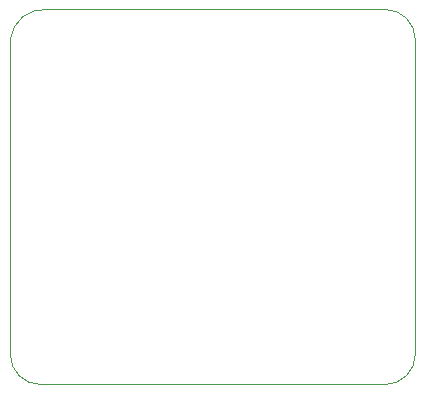
<source format=gbr>
%TF.GenerationSoftware,Altium Limited,Altium Designer,22.6.1 (34)*%
G04 Layer_Color=0*
%FSLAX45Y45*%
%MOMM*%
%TF.SameCoordinates,421C64DB-711B-49BE-949A-821E8169F4DF*%
%TF.FilePolarity,Positive*%
%TF.FileFunction,Profile,NP*%
%TF.Part,Single*%
G01*
G75*
%TA.AperFunction,Profile*%
%ADD60C,0.02540*%
D60*
X-190500Y254000D02*
G03*
X63500Y0I254000J0D01*
G01*
X2984500Y0D01*
D02*
G03*
X3238500Y254000I0J254000D01*
G01*
X3238499Y2921000D01*
D02*
G03*
X2984500Y3175000I-254000J0D01*
G01*
X127000Y3175000D01*
D02*
G03*
X-190501Y2921000I-31750J-285751D01*
G01*
X-190500Y254000D01*
%TF.MD5,a97b7203cdb1d4b433dcec35d649b92d*%
M02*

</source>
